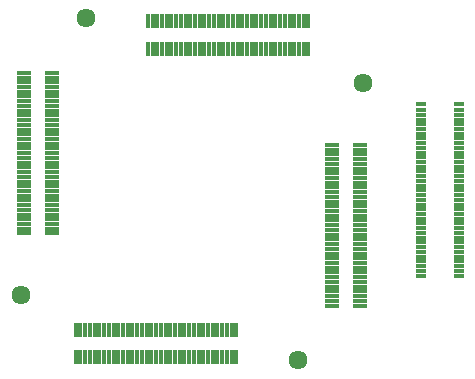
<source format=gbs>
G75*
%MOIN*%
%OFA0B0*%
%FSLAX25Y25*%
%IPPOS*%
%LPD*%
%AMOC8*
5,1,8,0,0,1.08239X$1,22.5*
%
%ADD10R,0.01187X0.04888*%
%ADD11R,0.03353X0.01306*%
%ADD12R,0.03353X0.01778*%
%ADD13R,0.04888X0.01187*%
%ADD14C,0.06337*%
D10*
X0107890Y0155626D03*
X0109465Y0155626D03*
X0111039Y0155626D03*
X0112614Y0155626D03*
X0114189Y0155626D03*
X0115764Y0155626D03*
X0117339Y0155626D03*
X0118913Y0155626D03*
X0120488Y0155626D03*
X0122063Y0155626D03*
X0123638Y0155626D03*
X0125213Y0155626D03*
X0126787Y0155626D03*
X0128362Y0155626D03*
X0129937Y0155626D03*
X0131512Y0155626D03*
X0133087Y0155626D03*
X0134661Y0155626D03*
X0136236Y0155626D03*
X0137811Y0155626D03*
X0139386Y0155626D03*
X0140961Y0155626D03*
X0142535Y0155626D03*
X0144110Y0155626D03*
X0145685Y0155626D03*
X0147260Y0155626D03*
X0148835Y0155626D03*
X0150409Y0155626D03*
X0151984Y0155626D03*
X0153559Y0155626D03*
X0155134Y0155626D03*
X0156709Y0155626D03*
X0158283Y0155626D03*
X0159858Y0155626D03*
X0161433Y0155626D03*
X0161433Y0164839D03*
X0159858Y0164839D03*
X0158283Y0164839D03*
X0156709Y0164839D03*
X0155134Y0164839D03*
X0153559Y0164839D03*
X0151984Y0164839D03*
X0150409Y0164839D03*
X0148835Y0164839D03*
X0147260Y0164839D03*
X0145685Y0164839D03*
X0144110Y0164839D03*
X0142535Y0164839D03*
X0140961Y0164839D03*
X0139386Y0164839D03*
X0137811Y0164839D03*
X0136236Y0164839D03*
X0134661Y0164839D03*
X0133087Y0164839D03*
X0131512Y0164839D03*
X0129937Y0164839D03*
X0128362Y0164839D03*
X0126787Y0164839D03*
X0125213Y0164839D03*
X0123638Y0164839D03*
X0122063Y0164839D03*
X0120488Y0164839D03*
X0118913Y0164839D03*
X0117339Y0164839D03*
X0115764Y0164839D03*
X0114189Y0164839D03*
X0112614Y0164839D03*
X0111039Y0164839D03*
X0109465Y0164839D03*
X0107890Y0164839D03*
X0131906Y0258421D03*
X0133480Y0258421D03*
X0135055Y0258421D03*
X0136630Y0258421D03*
X0138205Y0258421D03*
X0139780Y0258421D03*
X0141354Y0258421D03*
X0142929Y0258421D03*
X0144504Y0258421D03*
X0146079Y0258421D03*
X0147654Y0258421D03*
X0149228Y0258421D03*
X0150803Y0258421D03*
X0152378Y0258421D03*
X0153953Y0258421D03*
X0155528Y0258421D03*
X0157102Y0258421D03*
X0158677Y0258421D03*
X0160252Y0258421D03*
X0161827Y0258421D03*
X0163402Y0258421D03*
X0164976Y0258421D03*
X0166551Y0258421D03*
X0168126Y0258421D03*
X0169701Y0258421D03*
X0171276Y0258421D03*
X0172850Y0258421D03*
X0174425Y0258421D03*
X0176000Y0258421D03*
X0177575Y0258421D03*
X0179150Y0258421D03*
X0180724Y0258421D03*
X0182299Y0258421D03*
X0183874Y0258421D03*
X0185449Y0258421D03*
X0185449Y0267634D03*
X0183874Y0267634D03*
X0182299Y0267634D03*
X0180724Y0267634D03*
X0179150Y0267634D03*
X0177575Y0267634D03*
X0176000Y0267634D03*
X0174425Y0267634D03*
X0172850Y0267634D03*
X0171276Y0267634D03*
X0169701Y0267634D03*
X0168126Y0267634D03*
X0166551Y0267634D03*
X0164976Y0267634D03*
X0163402Y0267634D03*
X0161827Y0267634D03*
X0160252Y0267634D03*
X0158677Y0267634D03*
X0157102Y0267634D03*
X0155528Y0267634D03*
X0153953Y0267634D03*
X0152378Y0267634D03*
X0150803Y0267634D03*
X0149228Y0267634D03*
X0147654Y0267634D03*
X0146079Y0267634D03*
X0144504Y0267634D03*
X0142929Y0267634D03*
X0141354Y0267634D03*
X0139780Y0267634D03*
X0138205Y0267634D03*
X0136630Y0267634D03*
X0135055Y0267634D03*
X0133480Y0267634D03*
X0131906Y0267634D03*
D11*
X0223106Y0238008D03*
X0223106Y0236433D03*
X0223106Y0234858D03*
X0223106Y0233283D03*
X0223106Y0231709D03*
X0223106Y0230134D03*
X0223106Y0228559D03*
X0223106Y0226984D03*
X0223106Y0225409D03*
X0223106Y0223835D03*
X0223106Y0222260D03*
X0223106Y0220685D03*
X0223106Y0219110D03*
X0223106Y0217535D03*
X0223106Y0215961D03*
X0223106Y0214386D03*
X0223106Y0212811D03*
X0223106Y0211236D03*
X0223106Y0209661D03*
X0223106Y0208087D03*
X0223106Y0206512D03*
X0223106Y0204937D03*
X0223106Y0203362D03*
X0223106Y0201787D03*
X0223106Y0200213D03*
X0223106Y0198638D03*
X0223106Y0197063D03*
X0223106Y0195488D03*
X0223106Y0193913D03*
X0223106Y0192339D03*
X0223106Y0190764D03*
X0223106Y0189189D03*
X0223106Y0187614D03*
X0223106Y0186039D03*
X0223106Y0184465D03*
X0235587Y0184465D03*
X0235587Y0186039D03*
X0235587Y0187614D03*
X0235587Y0189189D03*
X0235587Y0190764D03*
X0235587Y0192339D03*
X0235587Y0193913D03*
X0235587Y0195488D03*
X0235587Y0197063D03*
X0235587Y0198638D03*
X0235587Y0200213D03*
X0235587Y0201787D03*
X0235587Y0203362D03*
X0235587Y0204937D03*
X0235587Y0206512D03*
X0235587Y0208087D03*
X0235587Y0209661D03*
X0235587Y0211236D03*
X0235587Y0212811D03*
X0235587Y0214386D03*
X0235587Y0215961D03*
X0235587Y0217535D03*
X0235587Y0219110D03*
X0235587Y0220685D03*
X0235587Y0222260D03*
X0235587Y0223835D03*
X0235587Y0225409D03*
X0235587Y0226984D03*
X0235587Y0228559D03*
X0235587Y0230134D03*
X0235587Y0231709D03*
X0235587Y0233283D03*
X0235587Y0234858D03*
X0235587Y0236433D03*
X0235587Y0238008D03*
D12*
X0235587Y0239878D03*
X0223106Y0239878D03*
X0223106Y0182594D03*
X0235587Y0182594D03*
D13*
X0202673Y0182299D03*
X0202673Y0180724D03*
X0202673Y0179150D03*
X0202673Y0177575D03*
X0202673Y0176000D03*
X0202673Y0174425D03*
X0202673Y0172850D03*
X0193461Y0172850D03*
X0193461Y0174425D03*
X0193461Y0176000D03*
X0193461Y0177575D03*
X0193461Y0179150D03*
X0193461Y0180724D03*
X0193461Y0182299D03*
X0193461Y0183874D03*
X0193461Y0185449D03*
X0193461Y0187024D03*
X0193461Y0188598D03*
X0193461Y0190173D03*
X0193461Y0191748D03*
X0193461Y0193323D03*
X0193461Y0194898D03*
X0193461Y0196472D03*
X0193461Y0198047D03*
X0193461Y0199622D03*
X0193461Y0201197D03*
X0193461Y0202772D03*
X0193461Y0204346D03*
X0193461Y0205921D03*
X0193461Y0207496D03*
X0193461Y0209071D03*
X0193461Y0210646D03*
X0193461Y0212220D03*
X0193461Y0213795D03*
X0193461Y0215370D03*
X0193461Y0216945D03*
X0193461Y0218520D03*
X0193461Y0220094D03*
X0193461Y0221669D03*
X0193461Y0223244D03*
X0193461Y0224819D03*
X0193461Y0226394D03*
X0202673Y0226394D03*
X0202673Y0224819D03*
X0202673Y0223244D03*
X0202673Y0221669D03*
X0202673Y0220094D03*
X0202673Y0218520D03*
X0202673Y0216945D03*
X0202673Y0215370D03*
X0202673Y0213795D03*
X0202673Y0212220D03*
X0202673Y0210646D03*
X0202673Y0209071D03*
X0202673Y0207496D03*
X0202673Y0205921D03*
X0202673Y0204346D03*
X0202673Y0202772D03*
X0202673Y0201197D03*
X0202673Y0199622D03*
X0202673Y0198047D03*
X0202673Y0196472D03*
X0202673Y0194898D03*
X0202673Y0193323D03*
X0202673Y0191748D03*
X0202673Y0190173D03*
X0202673Y0188598D03*
X0202673Y0187024D03*
X0202673Y0185449D03*
X0202673Y0183874D03*
X0099878Y0196866D03*
X0099878Y0198441D03*
X0099878Y0200016D03*
X0099878Y0201591D03*
X0099878Y0203165D03*
X0099878Y0204740D03*
X0099878Y0206315D03*
X0099878Y0207890D03*
X0099878Y0209465D03*
X0099878Y0211039D03*
X0099878Y0212614D03*
X0099878Y0214189D03*
X0099878Y0215764D03*
X0099878Y0217339D03*
X0099878Y0218913D03*
X0099878Y0220488D03*
X0099878Y0222063D03*
X0099878Y0223638D03*
X0099878Y0225213D03*
X0099878Y0226787D03*
X0099878Y0228362D03*
X0099878Y0229937D03*
X0099878Y0231512D03*
X0099878Y0233087D03*
X0099878Y0234661D03*
X0099878Y0236236D03*
X0099878Y0237811D03*
X0099878Y0239386D03*
X0099878Y0240961D03*
X0099878Y0242535D03*
X0099878Y0244110D03*
X0099878Y0245685D03*
X0099878Y0247260D03*
X0099878Y0248835D03*
X0099878Y0250409D03*
X0090665Y0250409D03*
X0090665Y0248835D03*
X0090665Y0247260D03*
X0090665Y0245685D03*
X0090665Y0244110D03*
X0090665Y0242535D03*
X0090665Y0240961D03*
X0090665Y0239386D03*
X0090665Y0237811D03*
X0090665Y0236236D03*
X0090665Y0234661D03*
X0090665Y0233087D03*
X0090665Y0231512D03*
X0090665Y0229937D03*
X0090665Y0228362D03*
X0090665Y0226787D03*
X0090665Y0225213D03*
X0090665Y0223638D03*
X0090665Y0222063D03*
X0090665Y0220488D03*
X0090665Y0218913D03*
X0090665Y0217339D03*
X0090665Y0215764D03*
X0090665Y0214189D03*
X0090665Y0212614D03*
X0090665Y0211039D03*
X0090665Y0209465D03*
X0090665Y0207890D03*
X0090665Y0206315D03*
X0090665Y0204740D03*
X0090665Y0203165D03*
X0090665Y0201591D03*
X0090665Y0200016D03*
X0090665Y0198441D03*
X0090665Y0196866D03*
D14*
X0089583Y0176197D03*
X0111236Y0268717D03*
X0203756Y0247063D03*
X0182102Y0154543D03*
M02*

</source>
